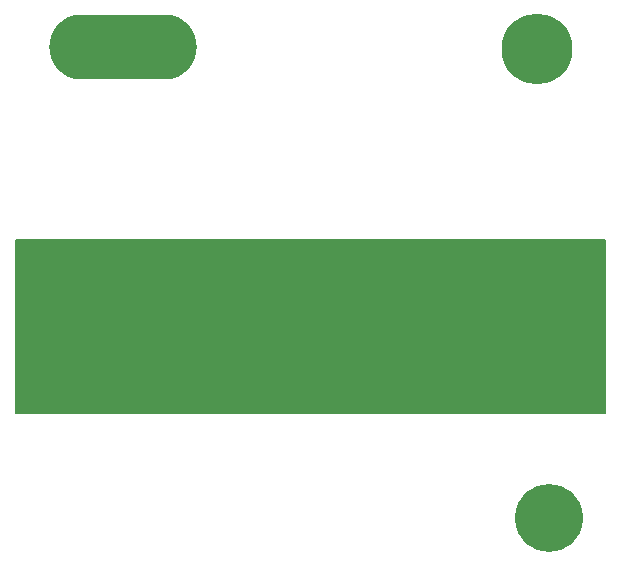
<source format=gbr>
%TF.GenerationSoftware,KiCad,Pcbnew,(6.0.7)*%
%TF.CreationDate,2022-09-05T20:15:19-05:00*%
%TF.ProjectId,SampleTags,53616d70-6c65-4546-9167-732e6b696361,rev?*%
%TF.SameCoordinates,Original*%
%TF.FileFunction,Soldermask,Top*%
%TF.FilePolarity,Negative*%
%FSLAX46Y46*%
G04 Gerber Fmt 4.6, Leading zero omitted, Abs format (unit mm)*
G04 Created by KiCad (PCBNEW (6.0.7)) date 2022-09-05 20:15:19*
%MOMM*%
%LPD*%
G01*
G04 APERTURE LIST*
%ADD10C,0.150000*%
%ADD11C,5.750000*%
%ADD12O,12.500000X5.500000*%
%ADD13C,6.000000*%
G04 APERTURE END LIST*
D10*
X141401800Y-112395000D02*
X191338200Y-112395000D01*
X191338200Y-112395000D02*
X191338200Y-127025400D01*
X191338200Y-127025400D02*
X141401800Y-127025400D01*
X141401800Y-127025400D02*
X141401800Y-112395000D01*
G36*
X141401800Y-112395000D02*
G01*
X191338200Y-112395000D01*
X191338200Y-127025400D01*
X141401800Y-127025400D01*
X141401800Y-112395000D01*
G37*
D11*
%TO.C,REF\u002A\u002A*%
X186588400Y-135890000D03*
%TD*%
D12*
%TO.C,REF\u002A\u002A*%
X150469600Y-96062800D03*
%TD*%
D13*
%TO.C,REF\u002A\u002A*%
X185572400Y-96189800D03*
%TD*%
M02*

</source>
